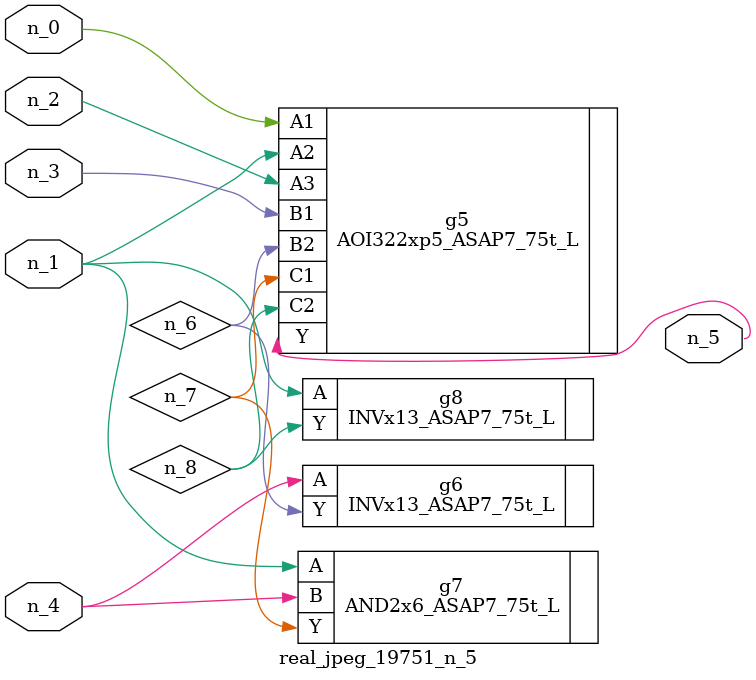
<source format=v>
module real_jpeg_19751_n_5 (n_4, n_0, n_1, n_2, n_3, n_5);

input n_4;
input n_0;
input n_1;
input n_2;
input n_3;

output n_5;

wire n_8;
wire n_6;
wire n_7;

AOI322xp5_ASAP7_75t_L g5 ( 
.A1(n_0),
.A2(n_1),
.A3(n_2),
.B1(n_3),
.B2(n_6),
.C1(n_7),
.C2(n_8),
.Y(n_5)
);

AND2x6_ASAP7_75t_L g7 ( 
.A(n_1),
.B(n_4),
.Y(n_7)
);

INVx13_ASAP7_75t_L g8 ( 
.A(n_1),
.Y(n_8)
);

INVx13_ASAP7_75t_L g6 ( 
.A(n_4),
.Y(n_6)
);


endmodule
</source>
